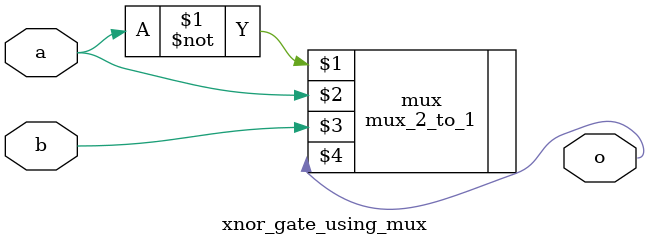
<source format=v>
module xnor_gate_using_mux
(
    input  a,
    input  b,
    output o
);

    mux_2_to_1 mux (~ a, a, b, o);

endmodule


</source>
